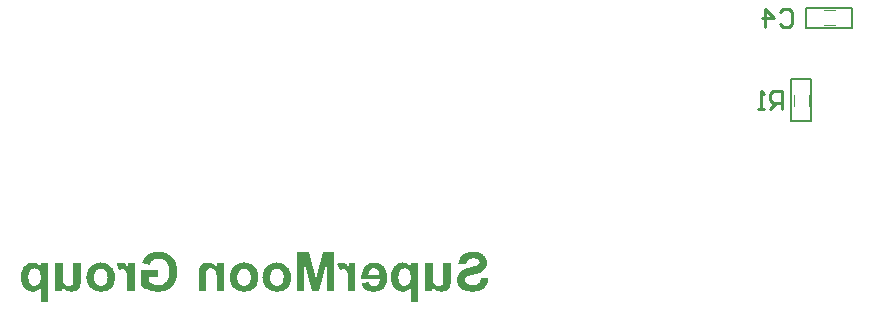
<source format=gbo>
G04*
G04 #@! TF.GenerationSoftware,Altium Limited,Altium Designer,18.1.6 (161)*
G04*
G04 Layer_Color=32896*
%FSLAX25Y25*%
%MOIN*%
G70*
G01*
G75*
%ADD12C,0.01000*%
%ADD16C,0.00400*%
%ADD17C,0.00500*%
G36*
X375397Y260000D02*
X372995D01*
Y270097D01*
X370456Y260000D01*
X367976D01*
X365437Y270097D01*
X365417Y260000D01*
X363015D01*
Y272831D01*
X366921D01*
X369206Y264062D01*
X371530Y272831D01*
X375397D01*
Y260000D01*
D02*
G37*
G36*
X317412Y273026D02*
X317998Y272948D01*
X318272Y272890D01*
X318526Y272851D01*
X318760Y272792D01*
X318975Y272733D01*
X319151Y272655D01*
X319326Y272597D01*
X319463Y272558D01*
X319600Y272499D01*
X319697Y272460D01*
X319756Y272421D01*
X319795Y272401D01*
X319815D01*
X320381Y272050D01*
X320889Y271679D01*
X321299Y271269D01*
X321651Y270878D01*
X321924Y270546D01*
X322022Y270390D01*
X322119Y270253D01*
X322178Y270156D01*
X322236Y270077D01*
X322256Y270019D01*
X322275Y269999D01*
X322549Y269394D01*
X322744Y268789D01*
X322900Y268183D01*
X322998Y267636D01*
X323018Y267382D01*
X323057Y267167D01*
X323076Y266953D01*
Y266777D01*
X323096Y266640D01*
Y266543D01*
Y266464D01*
Y266445D01*
X323057Y265761D01*
X322978Y265117D01*
X322861Y264550D01*
X322803Y264277D01*
X322725Y264023D01*
X322646Y263808D01*
X322588Y263613D01*
X322529Y263437D01*
X322471Y263281D01*
X322412Y263164D01*
X322393Y263086D01*
X322354Y263027D01*
Y263008D01*
X322041Y262461D01*
X321690Y261972D01*
X321319Y261562D01*
X320967Y261230D01*
X320635Y260957D01*
X320498Y260840D01*
X320361Y260762D01*
X320264Y260703D01*
X320186Y260645D01*
X320147Y260625D01*
X320127Y260605D01*
X319834Y260449D01*
X319541Y260332D01*
X318936Y260117D01*
X318350Y259981D01*
X317803Y259863D01*
X317549Y259844D01*
X317334Y259805D01*
X317120Y259785D01*
X316944D01*
X316807Y259766D01*
X316612D01*
X316026Y259785D01*
X315459Y259863D01*
X314932Y259961D01*
X314463Y260059D01*
X314249Y260117D01*
X314053Y260176D01*
X313897Y260215D01*
X313760Y260254D01*
X313643Y260293D01*
X313565Y260332D01*
X313507Y260351D01*
X313487D01*
X312940Y260586D01*
X312471Y260820D01*
X312061Y261055D01*
X311729Y261269D01*
X311456Y261465D01*
X311280Y261601D01*
X311163Y261699D01*
X311124Y261738D01*
Y266875D01*
X316690D01*
Y264707D01*
X313741D01*
Y263066D01*
X313975Y262890D01*
X314210Y262754D01*
X314444Y262617D01*
X314659Y262500D01*
X314854Y262402D01*
X315010Y262344D01*
X315108Y262304D01*
X315147Y262285D01*
X315459Y262187D01*
X315752Y262109D01*
X316026Y262051D01*
X316260Y262012D01*
X316475Y261992D01*
X316631Y261972D01*
X316768D01*
X317061Y261992D01*
X317354Y262031D01*
X317627Y262070D01*
X317881Y262148D01*
X318330Y262324D01*
X318702Y262539D01*
X318877Y262636D01*
X319014Y262754D01*
X319131Y262851D01*
X319248Y262930D01*
X319326Y263008D01*
X319385Y263066D01*
X319405Y263086D01*
X319424Y263105D01*
X319600Y263340D01*
X319756Y263594D01*
X319893Y263847D01*
X319990Y264121D01*
X320186Y264707D01*
X320303Y265253D01*
X320342Y265527D01*
X320361Y265761D01*
X320381Y265976D01*
X320401Y266172D01*
X320420Y266328D01*
Y266445D01*
Y266523D01*
Y266543D01*
X320401Y266933D01*
X320381Y267285D01*
X320322Y267636D01*
X320264Y267949D01*
X320186Y268222D01*
X320108Y268495D01*
X320029Y268730D01*
X319932Y268945D01*
X319834Y269140D01*
X319756Y269296D01*
X319678Y269433D01*
X319600Y269550D01*
X319541Y269628D01*
X319483Y269687D01*
X319463Y269726D01*
X319444Y269745D01*
X319248Y269941D01*
X319034Y270116D01*
X318819Y270253D01*
X318604Y270370D01*
X318155Y270566D01*
X317725Y270702D01*
X317334Y270780D01*
X317178Y270800D01*
X317022Y270820D01*
X316905Y270839D01*
X316748D01*
X316358Y270820D01*
X315987Y270761D01*
X315674Y270663D01*
X315401Y270566D01*
X315186Y270468D01*
X315030Y270370D01*
X314932Y270312D01*
X314893Y270292D01*
X314639Y270077D01*
X314424Y269824D01*
X314249Y269589D01*
X314112Y269355D01*
X313995Y269140D01*
X313936Y268964D01*
X313897Y268847D01*
X313878Y268828D01*
Y268808D01*
X311300Y269296D01*
X311378Y269609D01*
X311495Y269921D01*
X311729Y270448D01*
X311866Y270702D01*
X312022Y270917D01*
X312159Y271132D01*
X312315Y271308D01*
X312452Y271484D01*
X312589Y271620D01*
X312706Y271738D01*
X312823Y271855D01*
X312901Y271933D01*
X312979Y271991D01*
X313018Y272011D01*
X313038Y272030D01*
X313292Y272206D01*
X313585Y272362D01*
X313878Y272499D01*
X314171Y272616D01*
X314795Y272792D01*
X315381Y272929D01*
X315674Y272968D01*
X315928Y272987D01*
X316163Y273007D01*
X316358Y273026D01*
X316514Y273046D01*
X316748D01*
X317412Y273026D01*
D02*
G37*
G36*
X414223Y263398D02*
X414203Y262930D01*
X414164Y262519D01*
X414125Y262168D01*
X414066Y261875D01*
X414008Y261641D01*
X413949Y261465D01*
X413930Y261367D01*
X413910Y261328D01*
X413773Y261074D01*
X413598Y260840D01*
X413422Y260645D01*
X413246Y260469D01*
X413090Y260351D01*
X412953Y260254D01*
X412875Y260195D01*
X412836Y260176D01*
X412543Y260039D01*
X412250Y259941D01*
X411977Y259863D01*
X411723Y259824D01*
X411488Y259785D01*
X411313Y259766D01*
X411157D01*
X410824Y259785D01*
X410493Y259824D01*
X410199Y259902D01*
X409946Y259981D01*
X409731Y260059D01*
X409555Y260137D01*
X409457Y260176D01*
X409418Y260195D01*
X409125Y260371D01*
X408852Y260566D01*
X408618Y260762D01*
X408422Y260957D01*
X408266Y261133D01*
X408168Y261269D01*
X408090Y261348D01*
X408071Y261387D01*
Y260000D01*
X405786D01*
Y269296D01*
X408247D01*
Y265351D01*
Y265000D01*
Y264668D01*
X408266Y264375D01*
X408286Y264121D01*
Y263886D01*
X408305Y263672D01*
X408325Y263496D01*
X408344Y263340D01*
X408364Y263222D01*
X408383Y263105D01*
X408403Y263008D01*
Y262949D01*
X408442Y262851D01*
Y262832D01*
X408520Y262656D01*
X408618Y262480D01*
X408735Y262344D01*
X408852Y262207D01*
X408950Y262109D01*
X409047Y262031D01*
X409106Y261992D01*
X409125Y261972D01*
X409321Y261855D01*
X409496Y261777D01*
X409692Y261719D01*
X409867Y261680D01*
X410024Y261660D01*
X410141Y261641D01*
X410239D01*
X410434Y261660D01*
X410610Y261680D01*
X410766Y261719D01*
X410903Y261777D01*
X411000Y261816D01*
X411098Y261855D01*
X411137Y261875D01*
X411157Y261894D01*
X411274Y261992D01*
X411371Y262109D01*
X411527Y262324D01*
X411586Y262422D01*
X411625Y262500D01*
X411645Y262558D01*
Y262578D01*
X411664Y262676D01*
X411684Y262812D01*
X411703Y262969D01*
Y263144D01*
X411742Y263535D01*
Y263965D01*
X411762Y264355D01*
Y264531D01*
Y264687D01*
Y264824D01*
Y264922D01*
Y264980D01*
Y265000D01*
Y269296D01*
X414223D01*
Y263398D01*
D02*
G37*
G36*
X290871Y263398D02*
X290852Y262930D01*
X290813Y262519D01*
X290774Y262168D01*
X290715Y261875D01*
X290656Y261641D01*
X290598Y261465D01*
X290578Y261367D01*
X290559Y261328D01*
X290422Y261074D01*
X290246Y260840D01*
X290071Y260645D01*
X289895Y260469D01*
X289738Y260351D01*
X289602Y260254D01*
X289524Y260195D01*
X289485Y260176D01*
X289192Y260039D01*
X288899Y259941D01*
X288625Y259863D01*
X288371Y259824D01*
X288137Y259785D01*
X287961Y259766D01*
X287805D01*
X287473Y259785D01*
X287141Y259824D01*
X286848Y259902D01*
X286594Y259981D01*
X286379Y260059D01*
X286204Y260137D01*
X286106Y260176D01*
X286067Y260195D01*
X285774Y260371D01*
X285501Y260566D01*
X285266Y260762D01*
X285071Y260957D01*
X284915Y261133D01*
X284817Y261269D01*
X284739Y261348D01*
X284719Y261387D01*
Y260000D01*
X282434Y260000D01*
Y269296D01*
X284895Y269296D01*
Y265351D01*
Y265000D01*
Y264668D01*
X284915Y264375D01*
X284934Y264121D01*
Y263886D01*
X284954Y263672D01*
X284973Y263496D01*
X284993Y263340D01*
X285012Y263222D01*
X285032Y263105D01*
X285051Y263008D01*
Y262949D01*
X285090Y262851D01*
Y262832D01*
X285168Y262656D01*
X285266Y262480D01*
X285383Y262344D01*
X285501Y262207D01*
X285598Y262109D01*
X285696Y262031D01*
X285754Y261992D01*
X285774Y261972D01*
X285969Y261855D01*
X286145Y261777D01*
X286340Y261719D01*
X286516Y261680D01*
X286672Y261660D01*
X286789Y261641D01*
X286887D01*
X287082Y261660D01*
X287258Y261680D01*
X287414Y261719D01*
X287551Y261777D01*
X287649Y261816D01*
X287746Y261855D01*
X287786Y261875D01*
X287805Y261894D01*
X287922Y261992D01*
X288020Y262109D01*
X288176Y262324D01*
X288235Y262422D01*
X288274Y262500D01*
X288293Y262558D01*
Y262578D01*
X288313Y262676D01*
X288332Y262812D01*
X288352Y262968D01*
Y263144D01*
X288391Y263535D01*
Y263965D01*
X288410Y264355D01*
Y264531D01*
Y264687D01*
Y264824D01*
Y264921D01*
Y264980D01*
Y265000D01*
Y269296D01*
X290871D01*
Y263398D01*
D02*
G37*
G36*
X389127Y269472D02*
X389459Y269433D01*
X389752Y269374D01*
X390044Y269277D01*
X390318Y269179D01*
X390572Y269081D01*
X390787Y268945D01*
X391002Y268828D01*
X391197Y268710D01*
X391353Y268593D01*
X391509Y268476D01*
X391627Y268378D01*
X391724Y268281D01*
X391783Y268222D01*
X391822Y268183D01*
X391841Y268163D01*
X392056Y267910D01*
X392232Y267636D01*
X392388Y267343D01*
X392525Y267050D01*
X392642Y266738D01*
X392740Y266445D01*
X392876Y265859D01*
X392935Y265605D01*
X392974Y265351D01*
X392994Y265117D01*
X393013Y264941D01*
X393033Y264765D01*
Y264648D01*
Y264570D01*
Y264550D01*
X393013Y264199D01*
X392994Y263867D01*
X392896Y263242D01*
X392818Y262949D01*
X392740Y262695D01*
X392662Y262441D01*
X392583Y262226D01*
X392505Y262031D01*
X392427Y261855D01*
X392349Y261699D01*
X392271Y261582D01*
X392212Y261484D01*
X392173Y261406D01*
X392134Y261367D01*
Y261348D01*
X391900Y261074D01*
X391646Y260820D01*
X391373Y260605D01*
X391080Y260430D01*
X390787Y260273D01*
X390474Y260156D01*
X390181Y260039D01*
X389888Y259961D01*
X389615Y259902D01*
X389361Y259844D01*
X389146Y259824D01*
X388931Y259785D01*
X388775D01*
X388638Y259766D01*
X388541D01*
X387994Y259805D01*
X387506Y259883D01*
X387076Y259981D01*
X386705Y260117D01*
X386412Y260254D01*
X386275Y260313D01*
X386178Y260351D01*
X386100Y260410D01*
X386041Y260430D01*
X386021Y260469D01*
X386002D01*
X385650Y260762D01*
X385338Y261094D01*
X385084Y261426D01*
X384869Y261758D01*
X384713Y262051D01*
X384635Y262187D01*
X384596Y262304D01*
X384557Y262383D01*
X384518Y262461D01*
X384498Y262500D01*
Y262519D01*
X386939Y262930D01*
X387017Y262676D01*
X387115Y262480D01*
X387232Y262304D01*
X387330Y262168D01*
X387408Y262051D01*
X387486Y261972D01*
X387525Y261933D01*
X387545Y261914D01*
X387701Y261816D01*
X387857Y261738D01*
X388033Y261680D01*
X388170Y261641D01*
X388306Y261621D01*
X388423Y261601D01*
X388521D01*
X388814Y261621D01*
X389088Y261699D01*
X389341Y261797D01*
X389537Y261914D01*
X389713Y262012D01*
X389830Y262109D01*
X389908Y262187D01*
X389927Y262207D01*
X390123Y262461D01*
X390259Y262734D01*
X390357Y263008D01*
X390435Y263301D01*
X390474Y263535D01*
X390494Y263750D01*
X390513Y263828D01*
Y263886D01*
Y263906D01*
Y263926D01*
X384361D01*
Y264433D01*
X384400Y264921D01*
X384459Y265351D01*
X384518Y265761D01*
X384615Y266132D01*
X384713Y266484D01*
X384810Y266796D01*
X384928Y267070D01*
X385025Y267324D01*
X385142Y267519D01*
X385240Y267695D01*
X385318Y267851D01*
X385396Y267968D01*
X385455Y268046D01*
X385494Y268085D01*
X385514Y268105D01*
X385748Y268359D01*
X386002Y268554D01*
X386256Y268749D01*
X386529Y268906D01*
X386803Y269042D01*
X387076Y269160D01*
X387349Y269238D01*
X387603Y269316D01*
X387838Y269374D01*
X388072Y269413D01*
X388267Y269453D01*
X388443Y269472D01*
X388599Y269492D01*
X388795D01*
X389127Y269472D01*
D02*
G37*
G36*
X378288D02*
X378483Y269453D01*
X378659Y269394D01*
X378815Y269355D01*
X378952Y269296D01*
X379049Y269238D01*
X379108Y269218D01*
X379127Y269199D01*
X379303Y269062D01*
X379498Y268886D01*
X379674Y268691D01*
X379830Y268476D01*
X379967Y268281D01*
X380084Y268125D01*
X380162Y268007D01*
X380182Y267988D01*
Y269296D01*
X382467D01*
Y260000D01*
X380006D01*
Y262851D01*
Y263281D01*
Y263672D01*
X379987Y264023D01*
X379967Y264336D01*
Y264629D01*
X379947Y264882D01*
X379928Y265097D01*
X379908Y265293D01*
X379889Y265449D01*
X379869Y265605D01*
X379850Y265722D01*
Y265800D01*
X379830Y265879D01*
X379811Y265918D01*
Y265957D01*
X379733Y266211D01*
X379635Y266425D01*
X379537Y266621D01*
X379440Y266757D01*
X379362Y266855D01*
X379303Y266933D01*
X379264Y266972D01*
X379244Y266992D01*
X379108Y267089D01*
X378952Y267167D01*
X378795Y267207D01*
X378659Y267246D01*
X378541Y267265D01*
X378444Y267285D01*
X378366D01*
X378151Y267265D01*
X377956Y267226D01*
X377760Y267148D01*
X377565Y267089D01*
X377428Y267011D01*
X377291Y266933D01*
X377213Y266894D01*
X377194Y266875D01*
X376432Y269023D01*
X376725Y269179D01*
X377018Y269296D01*
X377311Y269374D01*
X377545Y269433D01*
X377760Y269472D01*
X377936Y269492D01*
X378073D01*
X378288Y269472D01*
D02*
G37*
G36*
X333622Y269472D02*
X333954Y269433D01*
X334247Y269355D01*
X334540Y269257D01*
X334814Y269121D01*
X335068Y269003D01*
X335282Y268847D01*
X335497Y268710D01*
X335693Y268574D01*
X335849Y268417D01*
X336005Y268300D01*
X336122Y268183D01*
X336220Y268066D01*
X336279Y267988D01*
X336317Y267949D01*
X336337Y267929D01*
Y269296D01*
X338622D01*
Y260000D01*
X336161D01*
Y264199D01*
Y264472D01*
Y264746D01*
X336142Y264980D01*
Y265195D01*
X336122Y265390D01*
X336103Y265566D01*
X336083Y265722D01*
X336064Y265859D01*
X336044Y266074D01*
X336005Y266211D01*
X335985Y266308D01*
Y266328D01*
X335907Y266543D01*
X335790Y266718D01*
X335673Y266875D01*
X335575Y267011D01*
X335458Y267128D01*
X335380Y267207D01*
X335321Y267246D01*
X335302Y267265D01*
X335107Y267382D01*
X334911Y267460D01*
X334716Y267539D01*
X334540Y267578D01*
X334384Y267597D01*
X334267Y267617D01*
X334150D01*
X333974Y267597D01*
X333818Y267578D01*
X333661Y267539D01*
X333544Y267499D01*
X333447Y267441D01*
X333368Y267402D01*
X333329Y267382D01*
X333310Y267363D01*
X333075Y267148D01*
X332919Y266914D01*
X332861Y266816D01*
X332822Y266738D01*
X332802Y266679D01*
Y266660D01*
X332763Y266562D01*
X332744Y266445D01*
X332704Y266172D01*
X332665Y265859D01*
X332646Y265527D01*
X332626Y265234D01*
Y265097D01*
Y264961D01*
Y264863D01*
Y264785D01*
Y264746D01*
Y264726D01*
Y260000D01*
X330166D01*
Y265761D01*
Y266132D01*
X330185Y266464D01*
X330205Y266757D01*
X330224Y266992D01*
X330263Y267167D01*
X330283Y267304D01*
X330302Y267382D01*
Y267402D01*
X330361Y267617D01*
X330439Y267812D01*
X330517Y267988D01*
X330595Y268144D01*
X330673Y268261D01*
X330732Y268359D01*
X330771Y268417D01*
X330790Y268437D01*
X330927Y268613D01*
X331103Y268749D01*
X331259Y268886D01*
X331435Y269003D01*
X331572Y269081D01*
X331689Y269140D01*
X331767Y269179D01*
X331806Y269199D01*
X332060Y269296D01*
X332314Y269374D01*
X332568Y269413D01*
X332802Y269453D01*
X332997Y269472D01*
X333154Y269492D01*
X333290D01*
X333622Y269472D01*
D02*
G37*
G36*
X304679D02*
X304874Y269453D01*
X305050Y269394D01*
X305206Y269355D01*
X305343Y269296D01*
X305441Y269238D01*
X305499Y269218D01*
X305519Y269199D01*
X305695Y269062D01*
X305890Y268886D01*
X306066Y268691D01*
X306222Y268476D01*
X306359Y268281D01*
X306476Y268125D01*
X306554Y268007D01*
X306573Y267988D01*
Y269296D01*
X308858D01*
Y260000D01*
X306398D01*
Y262851D01*
Y263281D01*
Y263672D01*
X306378Y264023D01*
X306359Y264336D01*
Y264629D01*
X306339Y264882D01*
X306319Y265097D01*
X306300Y265293D01*
X306280Y265449D01*
X306261Y265605D01*
X306241Y265722D01*
Y265800D01*
X306222Y265879D01*
X306202Y265918D01*
Y265957D01*
X306124Y266211D01*
X306027Y266425D01*
X305929Y266621D01*
X305831Y266757D01*
X305753Y266855D01*
X305695Y266933D01*
X305655Y266972D01*
X305636Y266992D01*
X305499Y267089D01*
X305343Y267167D01*
X305187Y267207D01*
X305050Y267246D01*
X304933Y267265D01*
X304835Y267285D01*
X304757D01*
X304542Y267265D01*
X304347Y267226D01*
X304152Y267148D01*
X303956Y267089D01*
X303820Y267011D01*
X303683Y266933D01*
X303605Y266894D01*
X303585Y266875D01*
X302824Y269023D01*
X303116Y269179D01*
X303410Y269296D01*
X303702Y269374D01*
X303937Y269433D01*
X304152Y269472D01*
X304327Y269492D01*
X304464D01*
X304679Y269472D01*
D02*
G37*
G36*
X422191Y273026D02*
X422679Y272968D01*
X423109Y272909D01*
X423480Y272831D01*
X423773Y272734D01*
X423890Y272694D01*
X423988Y272675D01*
X424066Y272636D01*
X424144Y272616D01*
X424163Y272597D01*
X424183D01*
X424554Y272421D01*
X424866Y272206D01*
X425140Y271991D01*
X425355Y271777D01*
X425531Y271581D01*
X425667Y271425D01*
X425745Y271327D01*
X425765Y271308D01*
Y271288D01*
X425941Y270956D01*
X426077Y270644D01*
X426175Y270331D01*
X426234Y270058D01*
X426273Y269804D01*
X426312Y269628D01*
Y269550D01*
Y269492D01*
Y269472D01*
Y269453D01*
X426292Y269179D01*
X426253Y268906D01*
X426195Y268652D01*
X426136Y268417D01*
X425941Y267968D01*
X425726Y267597D01*
X425609Y267441D01*
X425511Y267285D01*
X425413Y267167D01*
X425316Y267070D01*
X425257Y266992D01*
X425199Y266933D01*
X425160Y266894D01*
X425140Y266875D01*
X424964Y266738D01*
X424769Y266601D01*
X424339Y266347D01*
X423851Y266132D01*
X423363Y265957D01*
X422933Y265800D01*
X422738Y265742D01*
X422562Y265703D01*
X422425Y265664D01*
X422328Y265625D01*
X422250Y265605D01*
X422230D01*
X421937Y265527D01*
X421683Y265468D01*
X421449Y265410D01*
X421234Y265351D01*
X421039Y265293D01*
X420882Y265254D01*
X420726Y265214D01*
X420609Y265176D01*
X420414Y265117D01*
X420277Y265078D01*
X420199Y265039D01*
X420179D01*
X419945Y264941D01*
X419750Y264843D01*
X419593Y264765D01*
X419457Y264668D01*
X419359Y264590D01*
X419301Y264531D01*
X419261Y264492D01*
X419242Y264472D01*
X419144Y264355D01*
X419086Y264218D01*
X419007Y263984D01*
X418988Y263867D01*
X418968Y263789D01*
Y263730D01*
Y263711D01*
X418988Y263457D01*
X419066Y263222D01*
X419164Y263008D01*
X419281Y262832D01*
X419418Y262676D01*
X419515Y262578D01*
X419593Y262500D01*
X419613Y262480D01*
X419867Y262304D01*
X420160Y262168D01*
X420472Y262090D01*
X420785Y262012D01*
X421058Y261972D01*
X421273Y261953D01*
X421488D01*
X421917Y261972D01*
X422289Y262051D01*
X422601Y262148D01*
X422874Y262246D01*
X423089Y262363D01*
X423245Y262441D01*
X423343Y262519D01*
X423382Y262539D01*
X423617Y262793D01*
X423812Y263086D01*
X423968Y263398D01*
X424085Y263691D01*
X424183Y263984D01*
X424242Y264199D01*
X424261Y264297D01*
Y264355D01*
X424281Y264394D01*
Y264414D01*
X426800Y264160D01*
X426741Y263769D01*
X426663Y263398D01*
X426566Y263047D01*
X426468Y262734D01*
X426331Y262441D01*
X426214Y262168D01*
X426077Y261933D01*
X425941Y261699D01*
X425804Y261523D01*
X425687Y261348D01*
X425570Y261211D01*
X425472Y261094D01*
X425374Y260996D01*
X425316Y260937D01*
X425277Y260898D01*
X425257Y260879D01*
X425003Y260684D01*
X424710Y260508D01*
X424417Y260371D01*
X424124Y260234D01*
X423812Y260137D01*
X423499Y260039D01*
X422894Y259902D01*
X422601Y259863D01*
X422347Y259824D01*
X422113Y259805D01*
X421917Y259785D01*
X421742Y259766D01*
X421507D01*
X420902Y259785D01*
X420375Y259844D01*
X419906Y259902D01*
X419496Y260000D01*
X419320Y260039D01*
X419164Y260078D01*
X419047Y260117D01*
X418929Y260137D01*
X418851Y260176D01*
X418793Y260195D01*
X418754Y260215D01*
X418734D01*
X418324Y260410D01*
X417992Y260645D01*
X417680Y260879D01*
X417445Y261113D01*
X417250Y261309D01*
X417113Y261484D01*
X417016Y261601D01*
X416996Y261621D01*
Y261641D01*
X416781Y262012D01*
X416625Y262383D01*
X416527Y262734D01*
X416449Y263047D01*
X416410Y263320D01*
X416371Y263535D01*
Y263613D01*
Y263672D01*
Y263711D01*
Y263730D01*
X416391Y264160D01*
X416449Y264550D01*
X416547Y264902D01*
X416625Y265195D01*
X416722Y265429D01*
X416820Y265625D01*
X416879Y265722D01*
X416898Y265761D01*
X417113Y266054D01*
X417328Y266328D01*
X417562Y266543D01*
X417797Y266738D01*
X417992Y266875D01*
X418148Y266992D01*
X418265Y267050D01*
X418285Y267070D01*
X418304D01*
X418480Y267167D01*
X418676Y267246D01*
X419125Y267421D01*
X419574Y267558D01*
X420043Y267714D01*
X420453Y267812D01*
X420628Y267871D01*
X420785Y267910D01*
X420922Y267949D01*
X421019Y267968D01*
X421078Y267988D01*
X421097D01*
X421429Y268066D01*
X421742Y268163D01*
X422015Y268242D01*
X422250Y268320D01*
X422484Y268378D01*
X422660Y268457D01*
X422835Y268515D01*
X422972Y268593D01*
X423109Y268652D01*
X423207Y268691D01*
X423363Y268769D01*
X423441Y268828D01*
X423460Y268847D01*
X423577Y268984D01*
X423675Y269101D01*
X423734Y269238D01*
X423792Y269355D01*
X423812Y269472D01*
X423831Y269550D01*
Y269609D01*
Y269628D01*
X423812Y269804D01*
X423773Y269960D01*
X423714Y270097D01*
X423636Y270214D01*
X423558Y270312D01*
X423499Y270370D01*
X423460Y270409D01*
X423441Y270429D01*
X423187Y270585D01*
X422894Y270702D01*
X422601Y270781D01*
X422328Y270839D01*
X422074Y270878D01*
X421859Y270898D01*
X421683D01*
X421292Y270878D01*
X420961Y270820D01*
X420687Y270761D01*
X420453Y270683D01*
X420277Y270585D01*
X420160Y270527D01*
X420082Y270468D01*
X420062Y270448D01*
X419867Y270273D01*
X419711Y270058D01*
X419593Y269824D01*
X419496Y269589D01*
X419418Y269374D01*
X419379Y269199D01*
X419340Y269081D01*
Y269062D01*
Y269042D01*
X416742Y269140D01*
X416762Y269453D01*
X416820Y269765D01*
X416898Y270058D01*
X416976Y270331D01*
X417191Y270800D01*
X417289Y271015D01*
X417406Y271210D01*
X417523Y271386D01*
X417640Y271542D01*
X417738Y271679D01*
X417836Y271777D01*
X417914Y271855D01*
X417972Y271913D01*
X418012Y271952D01*
X418031Y271972D01*
X418265Y272167D01*
X418539Y272323D01*
X418812Y272480D01*
X419105Y272597D01*
X419711Y272792D01*
X420296Y272909D01*
X420570Y272948D01*
X420824Y272987D01*
X421058Y273007D01*
X421273Y273026D01*
X421429Y273046D01*
X421664D01*
X422191Y273026D01*
D02*
G37*
G36*
X356765Y269472D02*
X357215Y269394D01*
X357644Y269296D01*
X358015Y269199D01*
X358308Y269081D01*
X358445Y269023D01*
X358543Y268984D01*
X358621Y268945D01*
X358679Y268906D01*
X358718Y268886D01*
X358738D01*
X359128Y268632D01*
X359461Y268359D01*
X359753Y268066D01*
X359988Y267773D01*
X360183Y267519D01*
X360320Y267324D01*
X360379Y267246D01*
X360418Y267187D01*
X360437Y267148D01*
Y267128D01*
X360632Y266699D01*
X360769Y266269D01*
X360886Y265879D01*
X360945Y265508D01*
X360984Y265195D01*
X361003Y265058D01*
Y264961D01*
X361023Y264863D01*
Y264804D01*
Y264765D01*
Y264746D01*
X361003Y264179D01*
X360925Y263652D01*
X360828Y263183D01*
X360730Y262793D01*
X360671Y262617D01*
X360613Y262461D01*
X360574Y262344D01*
X360535Y262226D01*
X360496Y262148D01*
X360457Y262090D01*
X360437Y262051D01*
Y262031D01*
X360183Y261641D01*
X359910Y261289D01*
X359617Y260996D01*
X359324Y260762D01*
X359070Y260586D01*
X358875Y260449D01*
X358797Y260391D01*
X358738Y260351D01*
X358699Y260332D01*
X358679D01*
X358250Y260137D01*
X357820Y260000D01*
X357410Y259902D01*
X357039Y259844D01*
X356726Y259805D01*
X356590Y259785D01*
X356472Y259766D01*
X356258D01*
X355887Y259785D01*
X355516Y259824D01*
X355164Y259902D01*
X354852Y259981D01*
X354539Y260078D01*
X354266Y260195D01*
X354012Y260332D01*
X353777Y260469D01*
X353562Y260586D01*
X353367Y260723D01*
X353211Y260840D01*
X353074Y260937D01*
X352977Y261016D01*
X352899Y261094D01*
X352859Y261133D01*
X352840Y261152D01*
X352606Y261426D01*
X352391Y261699D01*
X352215Y261992D01*
X352039Y262285D01*
X351922Y262578D01*
X351805Y262871D01*
X351707Y263144D01*
X351649Y263418D01*
X351590Y263672D01*
X351551Y263906D01*
X351512Y264121D01*
X351492Y264297D01*
X351473Y264453D01*
Y264550D01*
Y264629D01*
Y264648D01*
X351492Y265039D01*
X351531Y265390D01*
X351590Y265742D01*
X351688Y266074D01*
X351785Y266367D01*
X351902Y266660D01*
X352020Y266914D01*
X352137Y267167D01*
X352274Y267382D01*
X352391Y267558D01*
X352508Y267734D01*
X352606Y267851D01*
X352703Y267968D01*
X352762Y268046D01*
X352801Y268085D01*
X352820Y268105D01*
X353074Y268359D01*
X353348Y268554D01*
X353641Y268749D01*
X353934Y268906D01*
X354207Y269042D01*
X354500Y269160D01*
X354773Y269238D01*
X355047Y269316D01*
X355301Y269374D01*
X355516Y269413D01*
X355730Y269453D01*
X355906Y269472D01*
X356062Y269492D01*
X356258D01*
X356765Y269472D01*
D02*
G37*
G36*
X345829D02*
X346278Y269394D01*
X346708Y269296D01*
X347078Y269199D01*
X347372Y269081D01*
X347508Y269023D01*
X347606Y268984D01*
X347684Y268945D01*
X347743Y268906D01*
X347782Y268886D01*
X347801D01*
X348192Y268632D01*
X348524Y268359D01*
X348817Y268066D01*
X349051Y267773D01*
X349246Y267519D01*
X349383Y267324D01*
X349442Y267246D01*
X349481Y267187D01*
X349500Y267148D01*
Y267128D01*
X349696Y266699D01*
X349832Y266269D01*
X349949Y265879D01*
X350008Y265508D01*
X350047Y265195D01*
X350067Y265058D01*
Y264961D01*
X350086Y264863D01*
Y264804D01*
Y264765D01*
Y264746D01*
X350067Y264179D01*
X349989Y263652D01*
X349891Y263183D01*
X349793Y262793D01*
X349735Y262617D01*
X349676Y262461D01*
X349637Y262344D01*
X349598Y262226D01*
X349559Y262148D01*
X349520Y262090D01*
X349500Y262051D01*
Y262031D01*
X349246Y261641D01*
X348973Y261289D01*
X348680Y260996D01*
X348387Y260762D01*
X348133Y260586D01*
X347938Y260449D01*
X347860Y260391D01*
X347801Y260351D01*
X347762Y260332D01*
X347743D01*
X347313Y260137D01*
X346883Y260000D01*
X346473Y259902D01*
X346102Y259844D01*
X345790Y259805D01*
X345653Y259785D01*
X345536Y259766D01*
X345321D01*
X344950Y259785D01*
X344579Y259824D01*
X344227Y259902D01*
X343915Y259981D01*
X343602Y260078D01*
X343329Y260195D01*
X343075Y260332D01*
X342841Y260469D01*
X342626Y260586D01*
X342430Y260723D01*
X342274Y260840D01*
X342137Y260937D01*
X342040Y261016D01*
X341962Y261094D01*
X341923Y261133D01*
X341903Y261152D01*
X341669Y261426D01*
X341454Y261699D01*
X341278Y261992D01*
X341102Y262285D01*
X340985Y262578D01*
X340868Y262871D01*
X340770Y263144D01*
X340712Y263418D01*
X340653Y263672D01*
X340614Y263906D01*
X340575Y264121D01*
X340556Y264297D01*
X340536Y264453D01*
Y264550D01*
Y264629D01*
Y264648D01*
X340556Y265039D01*
X340595Y265390D01*
X340653Y265742D01*
X340751Y266074D01*
X340848Y266367D01*
X340966Y266660D01*
X341083Y266914D01*
X341200Y267167D01*
X341337Y267382D01*
X341454Y267558D01*
X341571Y267734D01*
X341669Y267851D01*
X341766Y267968D01*
X341825Y268046D01*
X341864Y268085D01*
X341884Y268105D01*
X342137Y268359D01*
X342411Y268554D01*
X342704Y268749D01*
X342997Y268906D01*
X343270Y269042D01*
X343563Y269160D01*
X343837Y269238D01*
X344110Y269316D01*
X344364Y269374D01*
X344579Y269413D01*
X344794Y269453D01*
X344969Y269472D01*
X345126Y269492D01*
X345321D01*
X345829Y269472D01*
D02*
G37*
G36*
X298078Y269472D02*
X298527Y269394D01*
X298957Y269296D01*
X299328Y269199D01*
X299621Y269081D01*
X299757Y269023D01*
X299855Y268984D01*
X299933Y268945D01*
X299992Y268906D01*
X300031Y268886D01*
X300050D01*
X300441Y268632D01*
X300773Y268359D01*
X301066Y268066D01*
X301300Y267773D01*
X301496Y267519D01*
X301632Y267324D01*
X301691Y267246D01*
X301730Y267187D01*
X301749Y267148D01*
Y267128D01*
X301945Y266699D01*
X302081Y266269D01*
X302199Y265879D01*
X302257Y265507D01*
X302296Y265195D01*
X302316Y265058D01*
Y264961D01*
X302335Y264863D01*
Y264804D01*
Y264765D01*
Y264746D01*
X302316Y264179D01*
X302238Y263652D01*
X302140Y263183D01*
X302042Y262793D01*
X301984Y262617D01*
X301925Y262461D01*
X301886Y262344D01*
X301847Y262226D01*
X301808Y262148D01*
X301769Y262090D01*
X301749Y262051D01*
Y262031D01*
X301496Y261641D01*
X301222Y261289D01*
X300929Y260996D01*
X300636Y260762D01*
X300382Y260586D01*
X300187Y260449D01*
X300109Y260391D01*
X300050Y260351D01*
X300011Y260332D01*
X299992D01*
X299562Y260137D01*
X299132Y260000D01*
X298722Y259902D01*
X298351Y259844D01*
X298039Y259805D01*
X297902Y259785D01*
X297785Y259766D01*
X297570D01*
X297199Y259785D01*
X296828Y259824D01*
X296476Y259902D01*
X296164Y259981D01*
X295851Y260078D01*
X295578Y260195D01*
X295324Y260332D01*
X295090Y260469D01*
X294875Y260586D01*
X294680Y260723D01*
X294523Y260840D01*
X294387Y260937D01*
X294289Y261016D01*
X294211Y261094D01*
X294172Y261133D01*
X294152Y261152D01*
X293918Y261426D01*
X293703Y261699D01*
X293527Y261992D01*
X293352Y262285D01*
X293234Y262578D01*
X293117Y262871D01*
X293020Y263144D01*
X292961Y263418D01*
X292902Y263672D01*
X292863Y263906D01*
X292824Y264121D01*
X292805Y264297D01*
X292785Y264453D01*
Y264550D01*
Y264629D01*
Y264648D01*
X292805Y265039D01*
X292844Y265390D01*
X292902Y265742D01*
X293000Y266074D01*
X293098Y266367D01*
X293215Y266660D01*
X293332Y266914D01*
X293449Y267167D01*
X293586Y267382D01*
X293703Y267558D01*
X293820Y267734D01*
X293918Y267851D01*
X294016Y267968D01*
X294074Y268046D01*
X294113Y268085D01*
X294133Y268105D01*
X294387Y268359D01*
X294660Y268554D01*
X294953Y268749D01*
X295246Y268906D01*
X295519Y269042D01*
X295812Y269160D01*
X296086Y269238D01*
X296359Y269316D01*
X296613Y269374D01*
X296828Y269413D01*
X297043Y269453D01*
X297218Y269472D01*
X297375Y269492D01*
X297570D01*
X298078Y269472D01*
D02*
G37*
G36*
X398481Y269472D02*
X398814Y269413D01*
X399107Y269355D01*
X399341Y269277D01*
X399556Y269179D01*
X399712Y269121D01*
X399810Y269062D01*
X399849Y269042D01*
X400122Y268867D01*
X400356Y268691D01*
X400552Y268496D01*
X400727Y268320D01*
X400864Y268163D01*
X400962Y268046D01*
X401020Y267968D01*
X401040Y267929D01*
Y269296D01*
X403325D01*
Y256446D01*
X400864D01*
Y261113D01*
X400610Y260859D01*
X400376Y260645D01*
X400142Y260449D01*
X399946Y260313D01*
X399790Y260195D01*
X399673Y260117D01*
X399575Y260078D01*
X399556Y260059D01*
X399321Y259961D01*
X399067Y259883D01*
X398833Y259844D01*
X398618Y259805D01*
X398442Y259785D01*
X398306Y259766D01*
X398169Y259766D01*
X397876Y259785D01*
X397583Y259824D01*
X397310Y259883D01*
X397056Y259961D01*
X396587Y260176D01*
X396177Y260410D01*
X396021Y260527D01*
X395865Y260645D01*
X395728Y260762D01*
X395611Y260859D01*
X395532Y260937D01*
X395474Y260996D01*
X395435Y261035D01*
X395415Y261055D01*
X395220Y261309D01*
X395025Y261582D01*
X394888Y261875D01*
X394751Y262168D01*
X394634Y262461D01*
X394536Y262773D01*
X394400Y263340D01*
X394361Y263613D01*
X394322Y263867D01*
X394302Y264082D01*
X394283Y264277D01*
X394263Y264453D01*
Y264570D01*
Y264648D01*
Y264668D01*
X394283Y265078D01*
X394302Y265468D01*
X394361Y265840D01*
X394439Y266172D01*
X394517Y266484D01*
X394615Y266777D01*
X394732Y267050D01*
X394829Y267285D01*
X394927Y267499D01*
X395044Y267675D01*
X395142Y267831D01*
X395220Y267968D01*
X395298Y268066D01*
X395337Y268144D01*
X395376Y268183D01*
X395396Y268203D01*
X395611Y268437D01*
X395845Y268632D01*
X396079Y268808D01*
X396294Y268945D01*
X396529Y269081D01*
X396763Y269179D01*
X397193Y269335D01*
X397583Y269433D01*
X397739Y269453D01*
X397876Y269472D01*
X397993Y269492D01*
X398149D01*
X398481Y269472D01*
D02*
G37*
G36*
X275130Y269472D02*
X275462Y269413D01*
X275755Y269355D01*
X275989Y269277D01*
X276204Y269179D01*
X276360Y269121D01*
X276458Y269062D01*
X276497Y269042D01*
X276770Y268867D01*
X277005Y268691D01*
X277200Y268495D01*
X277376Y268320D01*
X277513Y268163D01*
X277610Y268046D01*
X277669Y267968D01*
X277689Y267929D01*
Y269296D01*
X279974D01*
Y256446D01*
X277513D01*
Y261113D01*
X277259Y260859D01*
X277024Y260645D01*
X276790Y260449D01*
X276595Y260312D01*
X276438Y260195D01*
X276321Y260117D01*
X276224Y260078D01*
X276204Y260059D01*
X275970Y259961D01*
X275716Y259883D01*
X275482Y259844D01*
X275267Y259805D01*
X275091Y259785D01*
X274954Y259766D01*
X274817D01*
X274525Y259785D01*
X274232Y259824D01*
X273958Y259883D01*
X273704Y259961D01*
X273236Y260176D01*
X272826Y260410D01*
X272669Y260527D01*
X272513Y260645D01*
X272376Y260762D01*
X272259Y260859D01*
X272181Y260937D01*
X272122Y260996D01*
X272083Y261035D01*
X272064Y261055D01*
X271868Y261309D01*
X271673Y261582D01*
X271536Y261875D01*
X271400Y262168D01*
X271283Y262461D01*
X271185Y262773D01*
X271048Y263340D01*
X271009Y263613D01*
X270970Y263867D01*
X270951Y264082D01*
X270931Y264277D01*
X270912Y264453D01*
Y264570D01*
Y264648D01*
Y264668D01*
X270931Y265078D01*
X270951Y265468D01*
X271009Y265839D01*
X271087Y266172D01*
X271165Y266484D01*
X271263Y266777D01*
X271380Y267050D01*
X271478Y267285D01*
X271576Y267499D01*
X271693Y267675D01*
X271790Y267831D01*
X271868Y267968D01*
X271947Y268066D01*
X271986Y268144D01*
X272025Y268183D01*
X272044Y268203D01*
X272259Y268437D01*
X272494Y268632D01*
X272728Y268808D01*
X272943Y268945D01*
X273177Y269081D01*
X273411Y269179D01*
X273841Y269335D01*
X274232Y269433D01*
X274388Y269453D01*
X274525Y269472D01*
X274642Y269492D01*
X274798D01*
X275130Y269472D01*
D02*
G37*
%LPC*%
G36*
X388775Y267617D02*
X388638D01*
X388365Y267597D01*
X388111Y267539D01*
X387896Y267441D01*
X387720Y267343D01*
X387564Y267226D01*
X387467Y267148D01*
X387388Y267070D01*
X387369Y267050D01*
X387193Y266816D01*
X387056Y266562D01*
X386959Y266289D01*
X386881Y266035D01*
X386842Y265800D01*
X386822Y265605D01*
X386803Y265527D01*
Y265468D01*
Y265449D01*
Y265429D01*
X390474D01*
X390455Y265781D01*
X390396Y266093D01*
X390318Y266367D01*
X390220Y266601D01*
X390123Y266777D01*
X390044Y266914D01*
X389986Y266992D01*
X389966Y267011D01*
X389752Y267207D01*
X389537Y267363D01*
X389322Y267460D01*
X389107Y267539D01*
X388912Y267578D01*
X388775Y267617D01*
D02*
G37*
G36*
X356297Y267480D02*
X356258D01*
X355906Y267441D01*
X355594Y267363D01*
X355320Y267246D01*
X355105Y267109D01*
X354910Y266972D01*
X354773Y266855D01*
X354676Y266777D01*
X354656Y266738D01*
X354441Y266425D01*
X354266Y266093D01*
X354148Y265742D01*
X354070Y265410D01*
X354031Y265097D01*
X354012Y264961D01*
X353992Y264863D01*
Y264765D01*
Y264687D01*
Y264648D01*
Y264629D01*
X354012Y264140D01*
X354090Y263711D01*
X354207Y263340D01*
X354324Y263047D01*
X354441Y262812D01*
X354558Y262636D01*
X354637Y262539D01*
X354656Y262500D01*
X354910Y262265D01*
X355184Y262090D01*
X355437Y261953D01*
X355691Y261875D01*
X355926Y261816D01*
X356101Y261797D01*
X356219Y261777D01*
X356258D01*
X356609Y261816D01*
X356902Y261894D01*
X357176Y262012D01*
X357410Y262148D01*
X357605Y262265D01*
X357742Y262383D01*
X357820Y262461D01*
X357859Y262500D01*
X358074Y262812D01*
X358230Y263144D01*
X358347Y263496D01*
X358425Y263847D01*
X358465Y264160D01*
X358484Y264277D01*
Y264394D01*
X358504Y264492D01*
Y264570D01*
Y264609D01*
Y264629D01*
X358484Y265117D01*
X358406Y265527D01*
X358308Y265898D01*
X358172Y266191D01*
X358054Y266425D01*
X357957Y266601D01*
X357879Y266699D01*
X357859Y266738D01*
X357605Y266992D01*
X357332Y267167D01*
X357078Y267304D01*
X356824Y267382D01*
X356590Y267441D01*
X356414Y267460D01*
X356297Y267480D01*
D02*
G37*
G36*
X345360D02*
X345321D01*
X344969Y267441D01*
X344657Y267363D01*
X344383Y267246D01*
X344169Y267109D01*
X343973Y266972D01*
X343837Y266855D01*
X343739Y266777D01*
X343719Y266738D01*
X343505Y266425D01*
X343329Y266093D01*
X343212Y265742D01*
X343133Y265410D01*
X343094Y265097D01*
X343075Y264961D01*
X343055Y264863D01*
Y264765D01*
Y264687D01*
Y264648D01*
Y264629D01*
X343075Y264140D01*
X343153Y263711D01*
X343270Y263340D01*
X343387Y263047D01*
X343505Y262812D01*
X343622Y262636D01*
X343700Y262539D01*
X343719Y262500D01*
X343973Y262265D01*
X344247Y262090D01*
X344501Y261953D01*
X344755Y261875D01*
X344989Y261816D01*
X345165Y261797D01*
X345282Y261777D01*
X345321D01*
X345672Y261816D01*
X345965Y261894D01*
X346239Y262012D01*
X346473Y262148D01*
X346668Y262265D01*
X346805Y262383D01*
X346883Y262461D01*
X346922Y262500D01*
X347137Y262812D01*
X347293Y263144D01*
X347411Y263496D01*
X347489Y263847D01*
X347528Y264160D01*
X347547Y264277D01*
Y264394D01*
X347567Y264492D01*
Y264570D01*
Y264609D01*
Y264629D01*
X347547Y265117D01*
X347469Y265527D01*
X347372Y265898D01*
X347235Y266191D01*
X347118Y266425D01*
X347020Y266601D01*
X346942Y266699D01*
X346922Y266738D01*
X346668Y266992D01*
X346395Y267167D01*
X346141Y267304D01*
X345887Y267382D01*
X345653Y267441D01*
X345477Y267460D01*
X345360Y267480D01*
D02*
G37*
G36*
X297609Y267480D02*
X297570D01*
X297218Y267441D01*
X296906Y267363D01*
X296633Y267246D01*
X296418Y267109D01*
X296222Y266972D01*
X296086Y266855D01*
X295988Y266777D01*
X295969Y266738D01*
X295754Y266425D01*
X295578Y266093D01*
X295461Y265742D01*
X295383Y265410D01*
X295344Y265097D01*
X295324Y264961D01*
X295304Y264863D01*
Y264765D01*
Y264687D01*
Y264648D01*
Y264629D01*
X295324Y264140D01*
X295402Y263711D01*
X295519Y263340D01*
X295637Y263047D01*
X295754Y262812D01*
X295871Y262636D01*
X295949Y262539D01*
X295969Y262500D01*
X296222Y262265D01*
X296496Y262090D01*
X296750Y261953D01*
X297004Y261875D01*
X297238Y261816D01*
X297414Y261797D01*
X297531Y261777D01*
X297570D01*
X297921Y261816D01*
X298215Y261894D01*
X298488Y262012D01*
X298722Y262148D01*
X298918Y262265D01*
X299054Y262383D01*
X299132Y262461D01*
X299171Y262500D01*
X299386Y262812D01*
X299542Y263144D01*
X299660Y263496D01*
X299738Y263847D01*
X299777Y264160D01*
X299796Y264277D01*
Y264394D01*
X299816Y264492D01*
Y264570D01*
Y264609D01*
Y264629D01*
X299796Y265117D01*
X299718Y265527D01*
X299621Y265898D01*
X299484Y266191D01*
X299367Y266425D01*
X299269Y266601D01*
X299191Y266699D01*
X299171Y266738D01*
X298918Y266992D01*
X298644Y267167D01*
X298390Y267304D01*
X298136Y267382D01*
X297902Y267441D01*
X297726Y267460D01*
X297609Y267480D01*
D02*
G37*
G36*
X398872Y267558D02*
X398833D01*
X398521Y267519D01*
X398228Y267441D01*
X397974Y267324D01*
X397778Y267207D01*
X397603Y267070D01*
X397466Y266953D01*
X397388Y266875D01*
X397368Y266835D01*
X397173Y266543D01*
X397036Y266211D01*
X396919Y265840D01*
X396861Y265488D01*
X396821Y265175D01*
X396802Y265039D01*
X396782Y264902D01*
Y264804D01*
Y264726D01*
Y264687D01*
Y264668D01*
Y264375D01*
X396802Y264121D01*
X396841Y263867D01*
X396880Y263652D01*
X396919Y263437D01*
X396958Y263262D01*
X397075Y262949D01*
X397173Y262695D01*
X397271Y262539D01*
X397349Y262441D01*
X397368Y262402D01*
X397583Y262168D01*
X397817Y262012D01*
X398052Y261894D01*
X398286Y261797D01*
X398481Y261758D01*
X398638Y261738D01*
X398735Y261719D01*
X398774D01*
X399107Y261758D01*
X399399Y261836D01*
X399653Y261953D01*
X399868Y262090D01*
X400044Y262226D01*
X400181Y262344D01*
X400278Y262422D01*
X400298Y262461D01*
X400395Y262617D01*
X400493Y262773D01*
X400649Y263144D01*
X400747Y263515D01*
X400825Y263906D01*
X400864Y264238D01*
X400884Y264394D01*
Y264531D01*
X400903Y264629D01*
Y264707D01*
Y264765D01*
Y264785D01*
X400884Y265273D01*
X400806Y265683D01*
X400708Y266035D01*
X400610Y266328D01*
X400493Y266562D01*
X400415Y266718D01*
X400337Y266816D01*
X400317Y266855D01*
X400083Y267089D01*
X399829Y267265D01*
X399595Y267382D01*
X399360Y267480D01*
X399146Y267519D01*
X398989Y267539D01*
X398872Y267558D01*
D02*
G37*
G36*
X275521Y267558D02*
X275482D01*
X275169Y267519D01*
X274876Y267441D01*
X274622Y267324D01*
X274427Y267207D01*
X274251Y267070D01*
X274114Y266953D01*
X274036Y266875D01*
X274017Y266835D01*
X273821Y266543D01*
X273685Y266211D01*
X273568Y265839D01*
X273509Y265488D01*
X273470Y265175D01*
X273450Y265039D01*
X273431Y264902D01*
Y264804D01*
Y264726D01*
Y264687D01*
Y264668D01*
Y264375D01*
X273450Y264121D01*
X273489Y263867D01*
X273529Y263652D01*
X273568Y263437D01*
X273607Y263262D01*
X273724Y262949D01*
X273821Y262695D01*
X273919Y262539D01*
X273997Y262441D01*
X274017Y262402D01*
X274232Y262168D01*
X274466Y262012D01*
X274700Y261894D01*
X274935Y261797D01*
X275130Y261758D01*
X275286Y261738D01*
X275384Y261719D01*
X275423D01*
X275755Y261758D01*
X276048Y261836D01*
X276302Y261953D01*
X276517Y262090D01*
X276692Y262226D01*
X276829Y262344D01*
X276927Y262422D01*
X276946Y262461D01*
X277044Y262617D01*
X277142Y262773D01*
X277298Y263144D01*
X277396Y263515D01*
X277474Y263906D01*
X277513Y264238D01*
X277532Y264394D01*
Y264531D01*
X277552Y264629D01*
Y264707D01*
Y264765D01*
Y264785D01*
X277532Y265273D01*
X277454Y265683D01*
X277356Y266035D01*
X277259Y266328D01*
X277142Y266562D01*
X277063Y266718D01*
X276985Y266816D01*
X276966Y266855D01*
X276731Y267089D01*
X276478Y267265D01*
X276243Y267382D01*
X276009Y267480D01*
X275794Y267519D01*
X275638Y267538D01*
X275521Y267558D01*
D02*
G37*
%LPD*%
D12*
X524001Y352998D02*
X525001Y353998D01*
X527000D01*
X528000Y352998D01*
Y349000D01*
X527000Y348000D01*
X525001D01*
X524001Y349000D01*
X519003Y348000D02*
Y353998D01*
X522002Y350999D01*
X518003D01*
X524500Y320500D02*
Y326498D01*
X521501D01*
X520501Y325498D01*
Y323499D01*
X521501Y322499D01*
X524500D01*
X522501D02*
X520501Y320500D01*
X518502D02*
X516503D01*
X517502D01*
Y326498D01*
X518502Y325498D01*
D16*
X538800Y353500D02*
X542200D01*
X538800Y348500D02*
X542200D01*
X528500Y321800D02*
Y325200D01*
X533500Y321800D02*
Y325200D01*
D17*
X532800Y347700D02*
Y354400D01*
Y347700D02*
X548100D01*
Y354400D01*
X532800D02*
X548100D01*
X534400Y316500D02*
Y330500D01*
X527700Y316500D02*
X534400D01*
X527700D02*
Y330500D01*
X534400D01*
M02*

</source>
